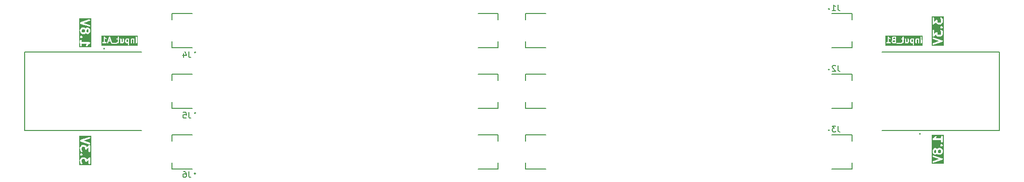
<source format=gbr>
%TF.GenerationSoftware,KiCad,Pcbnew,8.0.2*%
%TF.CreationDate,2024-05-21T15:52:10+02:00*%
%TF.ProjectId,HYDRA_VMM3_Adapter,48594452-415f-4564-9d4d-335f41646170,0*%
%TF.SameCoordinates,Original*%
%TF.FileFunction,Legend,Bot*%
%TF.FilePolarity,Positive*%
%FSLAX46Y46*%
G04 Gerber Fmt 4.6, Leading zero omitted, Abs format (unit mm)*
G04 Created by KiCad (PCBNEW 8.0.2) date 2024-05-21 15:52:10*
%MOMM*%
%LPD*%
G01*
G04 APERTURE LIST*
%ADD10C,0.300000*%
%ADD11C,0.150000*%
%ADD12C,0.200000*%
%ADD13C,0.127000*%
G04 APERTURE END LIST*
D10*
G36*
X31721352Y-55387769D02*
G01*
X31760016Y-55424759D01*
X31806605Y-55514490D01*
X31808572Y-55729486D01*
X31765461Y-55819099D01*
X31728470Y-55857764D01*
X31638743Y-55904351D01*
X31423744Y-55906318D01*
X31334131Y-55863207D01*
X31295469Y-55826219D01*
X31248879Y-55736487D01*
X31246912Y-55521491D01*
X31290023Y-55431879D01*
X31327014Y-55393213D01*
X31416743Y-55346625D01*
X31631740Y-55344658D01*
X31721352Y-55387769D01*
G37*
G36*
X32364209Y-55387769D02*
G01*
X32402873Y-55424759D01*
X32449462Y-55514490D01*
X32451429Y-55729486D01*
X32408318Y-55819099D01*
X32371327Y-55857764D01*
X32280335Y-55905007D01*
X32278284Y-55905066D01*
X32191274Y-55863207D01*
X32152609Y-55826216D01*
X32106022Y-55736489D01*
X32104055Y-55521491D01*
X32147166Y-55431878D01*
X32184156Y-55393214D01*
X32275151Y-55345968D01*
X32277199Y-55345910D01*
X32364209Y-55387769D01*
G37*
G36*
X32915838Y-58512406D02*
G01*
X30782504Y-58512406D01*
X30782504Y-57339774D01*
X30949171Y-57339774D01*
X30952053Y-58226181D01*
X30974451Y-58280253D01*
X31015835Y-58321637D01*
X31069907Y-58344035D01*
X31128435Y-58344035D01*
X31182507Y-58321637D01*
X31223891Y-58280253D01*
X31246289Y-58226181D01*
X31249171Y-58196917D01*
X31248264Y-57918065D01*
X32170365Y-57916327D01*
X32137797Y-57949717D01*
X32123529Y-57962092D01*
X32119528Y-57968447D01*
X32117307Y-57970725D01*
X32115791Y-57974384D01*
X32107864Y-57986978D01*
X32025926Y-58157299D01*
X32021778Y-58215679D01*
X32040286Y-58271201D01*
X32078633Y-58315416D01*
X32130982Y-58341591D01*
X32189362Y-58345739D01*
X32244884Y-58327231D01*
X32289099Y-58288884D01*
X32304764Y-58263999D01*
X32361198Y-58146690D01*
X32471263Y-58033849D01*
X32670777Y-57897924D01*
X32682507Y-57893066D01*
X32692335Y-57883237D01*
X32705127Y-57874523D01*
X32713392Y-57862180D01*
X32723891Y-57851682D01*
X32729514Y-57838105D01*
X32737693Y-57825893D01*
X32740605Y-57811331D01*
X32746289Y-57797610D01*
X32746289Y-57782913D01*
X32749171Y-57768503D01*
X32746289Y-57753933D01*
X32746289Y-57739082D01*
X32740666Y-57725507D01*
X32737814Y-57711089D01*
X32729573Y-57698728D01*
X32723891Y-57685010D01*
X32713502Y-57674621D01*
X32705348Y-57662390D01*
X32693005Y-57654124D01*
X32682507Y-57643626D01*
X32668930Y-57638002D01*
X32656718Y-57629824D01*
X32642155Y-57626911D01*
X32628435Y-57621228D01*
X32599482Y-57618376D01*
X32599329Y-57618346D01*
X32599276Y-57618356D01*
X32599171Y-57618346D01*
X31247298Y-57620893D01*
X31246289Y-57310510D01*
X31223891Y-57256438D01*
X31182507Y-57215054D01*
X31128435Y-57192656D01*
X31069907Y-57192656D01*
X31015835Y-57215054D01*
X30974451Y-57256438D01*
X30952053Y-57310510D01*
X30949171Y-57339774D01*
X30782504Y-57339774D01*
X30782504Y-56667654D01*
X30952053Y-56667654D01*
X30952053Y-56667655D01*
X30952053Y-56667656D01*
X30952053Y-56726182D01*
X30957397Y-56739082D01*
X30974450Y-56780253D01*
X30974451Y-56780254D01*
X30993106Y-56802985D01*
X31087264Y-56893066D01*
X31087265Y-56893067D01*
X31141337Y-56915464D01*
X31141338Y-56915464D01*
X31199863Y-56915464D01*
X31253935Y-56893067D01*
X31276666Y-56874412D01*
X31366749Y-56780254D01*
X31376025Y-56757856D01*
X31389146Y-56726182D01*
X31389146Y-56667654D01*
X31366749Y-56613584D01*
X31366749Y-56613583D01*
X31348095Y-56590853D01*
X31253936Y-56500769D01*
X31253935Y-56500768D01*
X31222261Y-56487648D01*
X31199864Y-56478371D01*
X31199863Y-56478371D01*
X31141337Y-56478371D01*
X31087265Y-56500768D01*
X31064534Y-56519423D01*
X30974450Y-56613583D01*
X30974450Y-56613584D01*
X30952053Y-56667654D01*
X30782504Y-56667654D01*
X30782504Y-55482632D01*
X30949171Y-55482632D01*
X30951579Y-55745892D01*
X30950349Y-55749585D01*
X30951800Y-55770008D01*
X30952053Y-55797610D01*
X30954116Y-55802590D01*
X30954498Y-55807965D01*
X30965007Y-55835428D01*
X31039018Y-55977974D01*
X31045879Y-55994537D01*
X31050613Y-56000306D01*
X31052101Y-56003171D01*
X31055095Y-56005768D01*
X31064533Y-56017268D01*
X31139686Y-56089169D01*
X31150061Y-56101131D01*
X31156284Y-56105048D01*
X31158692Y-56107352D01*
X31162351Y-56108867D01*
X31174946Y-56116796D01*
X31299471Y-56176702D01*
X31301549Y-56178780D01*
X31317671Y-56185458D01*
X31345267Y-56198734D01*
X31350642Y-56199115D01*
X31355621Y-56201178D01*
X31384885Y-56204060D01*
X31648145Y-56201651D01*
X31651838Y-56202882D01*
X31672266Y-56201430D01*
X31699864Y-56201178D01*
X31704842Y-56199115D01*
X31710218Y-56198734D01*
X31737682Y-56188224D01*
X31880225Y-56114214D01*
X31896793Y-56107352D01*
X31902561Y-56102617D01*
X31905425Y-56101131D01*
X31908021Y-56098136D01*
X31919524Y-56088697D01*
X31956231Y-56050328D01*
X31996831Y-56089170D01*
X32007204Y-56101131D01*
X32013427Y-56105048D01*
X32015836Y-56107353D01*
X32019497Y-56108869D01*
X32032089Y-56116796D01*
X32156614Y-56176702D01*
X32158692Y-56178780D01*
X32174814Y-56185458D01*
X32202410Y-56198734D01*
X32207785Y-56199115D01*
X32212764Y-56201178D01*
X32242028Y-56204060D01*
X32293784Y-56202578D01*
X32294695Y-56202882D01*
X32302458Y-56202330D01*
X32342721Y-56201178D01*
X32347699Y-56199115D01*
X32353075Y-56198734D01*
X32380539Y-56188224D01*
X32523082Y-56114214D01*
X32539650Y-56107352D01*
X32545418Y-56102617D01*
X32548282Y-56101131D01*
X32550878Y-56098136D01*
X32562381Y-56088697D01*
X32634276Y-56013547D01*
X32646241Y-56003171D01*
X32650159Y-55996945D01*
X32652463Y-55994538D01*
X32653978Y-55990878D01*
X32661906Y-55978285D01*
X32721812Y-55853760D01*
X32723891Y-55851682D01*
X32730572Y-55835550D01*
X32743844Y-55807965D01*
X32744225Y-55802590D01*
X32746289Y-55797610D01*
X32749171Y-55768346D01*
X32746762Y-55505085D01*
X32747993Y-55501393D01*
X32746541Y-55480969D01*
X32746289Y-55453368D01*
X32744225Y-55448387D01*
X32743844Y-55443013D01*
X32733335Y-55415549D01*
X32659324Y-55273005D01*
X32652463Y-55256440D01*
X32647727Y-55250669D01*
X32646241Y-55247807D01*
X32643247Y-55245210D01*
X32633809Y-55233710D01*
X32558659Y-55161812D01*
X32548282Y-55149847D01*
X32542056Y-55145928D01*
X32539650Y-55143626D01*
X32535991Y-55142110D01*
X32523396Y-55134182D01*
X32398871Y-55074275D01*
X32396793Y-55072197D01*
X32380661Y-55065515D01*
X32353076Y-55052244D01*
X32347701Y-55051862D01*
X32342721Y-55049799D01*
X32313457Y-55046917D01*
X32261699Y-55048398D01*
X32260789Y-55048095D01*
X32253027Y-55048646D01*
X32212764Y-55049799D01*
X32207783Y-55051862D01*
X32202409Y-55052244D01*
X32174945Y-55062753D01*
X32032402Y-55136762D01*
X32015836Y-55143625D01*
X32010065Y-55148360D01*
X32007203Y-55149847D01*
X32004606Y-55152841D01*
X31993105Y-55162280D01*
X31956396Y-55200649D01*
X31915802Y-55161812D01*
X31905425Y-55149847D01*
X31899199Y-55145928D01*
X31896793Y-55143626D01*
X31893134Y-55142110D01*
X31880539Y-55134182D01*
X31756014Y-55074275D01*
X31753936Y-55072197D01*
X31737804Y-55065515D01*
X31710219Y-55052244D01*
X31704844Y-55051862D01*
X31699864Y-55049799D01*
X31670600Y-55046917D01*
X31407338Y-55049325D01*
X31403646Y-55048095D01*
X31383222Y-55049546D01*
X31355621Y-55049799D01*
X31350640Y-55051862D01*
X31345266Y-55052244D01*
X31317802Y-55062753D01*
X31175254Y-55136765D01*
X31158692Y-55143626D01*
X31152923Y-55148360D01*
X31150060Y-55149847D01*
X31147462Y-55152841D01*
X31135961Y-55162281D01*
X31064068Y-55237427D01*
X31052101Y-55247807D01*
X31048180Y-55254035D01*
X31045879Y-55256441D01*
X31044364Y-55260097D01*
X31036436Y-55272693D01*
X30976529Y-55397217D01*
X30974451Y-55399296D01*
X30967769Y-55415427D01*
X30954498Y-55443013D01*
X30954116Y-55448387D01*
X30952053Y-55453368D01*
X30949171Y-55482632D01*
X30782504Y-55482632D01*
X30782504Y-54249585D01*
X30950349Y-54249585D01*
X30951682Y-54268346D01*
X30950349Y-54287107D01*
X30953738Y-54297274D01*
X30954498Y-54307966D01*
X30962909Y-54324789D01*
X30968857Y-54342631D01*
X30975879Y-54350727D01*
X30980672Y-54360313D01*
X30994880Y-54372636D01*
X31007204Y-54386845D01*
X31016789Y-54391637D01*
X31024886Y-54398660D01*
X31051737Y-54410648D01*
X32580411Y-54917169D01*
X32638791Y-54913019D01*
X32691138Y-54886845D01*
X32729485Y-54842631D01*
X32747994Y-54787107D01*
X32743844Y-54728727D01*
X32717671Y-54676379D01*
X32673456Y-54638032D01*
X32646605Y-54626044D01*
X31569038Y-54268996D01*
X32673456Y-53898660D01*
X32717671Y-53860313D01*
X32743844Y-53807965D01*
X32747994Y-53749585D01*
X32729485Y-53694061D01*
X32691138Y-53649847D01*
X32638791Y-53623673D01*
X32580411Y-53619523D01*
X32551737Y-53626043D01*
X31069900Y-54122937D01*
X31059551Y-54123673D01*
X31042943Y-54131976D01*
X31024886Y-54138032D01*
X31016789Y-54145054D01*
X31007204Y-54149847D01*
X30994880Y-54164055D01*
X30980672Y-54176379D01*
X30975879Y-54185964D01*
X30968857Y-54194061D01*
X30962909Y-54211902D01*
X30954498Y-54228726D01*
X30953738Y-54239417D01*
X30950349Y-54249585D01*
X30782504Y-54249585D01*
X30782504Y-53452856D01*
X32915838Y-53452856D01*
X32915838Y-58512406D01*
G37*
G36*
X181805867Y-76586791D02*
G01*
X181844531Y-76623781D01*
X181891119Y-76713510D01*
X181893086Y-76928507D01*
X181849975Y-77018122D01*
X181812987Y-77056783D01*
X181723255Y-77103373D01*
X181508259Y-77105340D01*
X181418644Y-77062228D01*
X181379982Y-77025239D01*
X181333393Y-76935508D01*
X181331426Y-76720512D01*
X181374537Y-76630900D01*
X181411529Y-76592234D01*
X181501256Y-76545647D01*
X181716254Y-76543680D01*
X181805867Y-76586791D01*
G37*
G36*
X180948724Y-76586791D02*
G01*
X180987388Y-76623781D01*
X181033976Y-76713510D01*
X181035943Y-76928507D01*
X180992832Y-77018122D01*
X180955844Y-77056783D01*
X180864847Y-77104030D01*
X180862799Y-77104088D01*
X180775789Y-77062229D01*
X180737125Y-77025239D01*
X180690536Y-76935508D01*
X180688569Y-76720512D01*
X180731680Y-76630900D01*
X180768671Y-76592234D01*
X180859664Y-76544990D01*
X180861714Y-76544932D01*
X180948724Y-76586791D01*
G37*
G36*
X182357495Y-78997142D02*
G01*
X180224161Y-78997142D01*
X180224161Y-77662892D01*
X180392006Y-77662892D01*
X180396155Y-77721273D01*
X180422329Y-77773620D01*
X180466543Y-77811967D01*
X180493394Y-77823955D01*
X181570958Y-78181002D01*
X180466543Y-78551339D01*
X180422329Y-78589686D01*
X180396155Y-78642033D01*
X180392006Y-78700414D01*
X180410514Y-78755938D01*
X180448861Y-78800152D01*
X180501208Y-78826326D01*
X180559589Y-78830475D01*
X180588262Y-78823955D01*
X182070097Y-78327061D01*
X182080448Y-78326326D01*
X182097055Y-78318022D01*
X182115113Y-78311967D01*
X182123210Y-78304944D01*
X182132795Y-78300152D01*
X182145116Y-78285945D01*
X182159328Y-78273620D01*
X182164121Y-78264032D01*
X182171142Y-78255938D01*
X182177090Y-78238093D01*
X182185501Y-78221272D01*
X182186260Y-78210584D01*
X182189651Y-78200414D01*
X182188317Y-78181653D01*
X182189651Y-78162892D01*
X182186260Y-78152721D01*
X182185501Y-78142034D01*
X182177090Y-78125212D01*
X182171142Y-78107368D01*
X182164121Y-78099273D01*
X182159328Y-78089686D01*
X182145116Y-78077360D01*
X182132795Y-78063154D01*
X182123210Y-78058361D01*
X182115113Y-78051339D01*
X182088262Y-78039351D01*
X180559589Y-77532831D01*
X180501208Y-77536980D01*
X180448861Y-77563154D01*
X180410514Y-77607368D01*
X180392006Y-77662892D01*
X180224161Y-77662892D01*
X180224161Y-76681653D01*
X180390828Y-76681653D01*
X180393236Y-76944912D01*
X180392006Y-76948605D01*
X180393457Y-76969034D01*
X180393710Y-76996631D01*
X180395771Y-77001608D01*
X180396154Y-77006986D01*
X180406664Y-77034449D01*
X180480673Y-77176991D01*
X180487536Y-77193560D01*
X180492271Y-77199330D01*
X180493758Y-77202193D01*
X180496751Y-77204789D01*
X180506191Y-77216291D01*
X180581343Y-77288190D01*
X180591717Y-77300152D01*
X180597939Y-77304069D01*
X180600349Y-77306374D01*
X180604011Y-77307890D01*
X180616603Y-77315817D01*
X180741127Y-77375723D01*
X180743206Y-77377802D01*
X180759337Y-77384483D01*
X180786923Y-77397755D01*
X180792297Y-77398136D01*
X180797278Y-77400200D01*
X180826542Y-77403082D01*
X180878299Y-77401600D01*
X180879210Y-77401904D01*
X180886971Y-77401352D01*
X180927235Y-77400200D01*
X180932215Y-77398136D01*
X180937590Y-77397755D01*
X180965053Y-77387246D01*
X181107599Y-77313234D01*
X181124162Y-77306374D01*
X181129931Y-77301639D01*
X181132796Y-77300152D01*
X181135393Y-77297157D01*
X181146893Y-77287720D01*
X181183602Y-77249349D01*
X181224201Y-77288192D01*
X181234574Y-77300152D01*
X181240796Y-77304069D01*
X181243206Y-77306374D01*
X181246868Y-77307890D01*
X181259460Y-77315817D01*
X181383987Y-77375725D01*
X181386064Y-77377802D01*
X181402181Y-77384478D01*
X181429781Y-77397756D01*
X181435158Y-77398138D01*
X181440136Y-77400200D01*
X181469400Y-77403082D01*
X181732660Y-77400673D01*
X181736353Y-77401904D01*
X181756776Y-77400452D01*
X181784378Y-77400200D01*
X181789358Y-77398136D01*
X181794733Y-77397755D01*
X181822196Y-77387246D01*
X181964742Y-77313234D01*
X181981305Y-77306374D01*
X181987074Y-77301639D01*
X181989939Y-77300152D01*
X181992536Y-77297157D01*
X182004036Y-77287720D01*
X182075932Y-77212571D01*
X182087900Y-77202192D01*
X182091818Y-77195966D01*
X182094120Y-77193561D01*
X182095635Y-77189902D01*
X182103564Y-77177306D01*
X182163470Y-77052780D01*
X182165548Y-77050703D01*
X182172226Y-77034580D01*
X182185502Y-77006985D01*
X182185883Y-77001609D01*
X182187946Y-76996631D01*
X182190828Y-76967367D01*
X182188419Y-76704107D01*
X182189650Y-76700415D01*
X182188198Y-76679986D01*
X182187946Y-76652389D01*
X182185883Y-76647410D01*
X182185502Y-76642035D01*
X182174992Y-76614572D01*
X182100986Y-76472034D01*
X182094121Y-76455461D01*
X182089383Y-76449688D01*
X182087899Y-76446829D01*
X182084907Y-76444234D01*
X182075466Y-76432730D01*
X182000315Y-76360832D01*
X181989939Y-76348868D01*
X181983713Y-76344949D01*
X181981306Y-76342646D01*
X181977646Y-76341130D01*
X181965053Y-76333203D01*
X181840527Y-76273296D01*
X181838450Y-76271219D01*
X181822327Y-76264540D01*
X181794732Y-76251265D01*
X181789356Y-76250883D01*
X181784378Y-76248821D01*
X181755114Y-76245939D01*
X181491855Y-76248347D01*
X181488163Y-76247117D01*
X181467734Y-76248568D01*
X181440136Y-76248821D01*
X181435157Y-76250883D01*
X181429782Y-76251265D01*
X181402319Y-76261774D01*
X181259766Y-76335787D01*
X181243206Y-76342647D01*
X181237438Y-76347380D01*
X181234575Y-76348867D01*
X181231977Y-76351862D01*
X181220475Y-76361302D01*
X181183767Y-76399670D01*
X181143172Y-76360832D01*
X181132796Y-76348868D01*
X181126570Y-76344949D01*
X181124163Y-76342646D01*
X181120503Y-76341130D01*
X181107910Y-76333203D01*
X180983384Y-76273296D01*
X180981307Y-76271219D01*
X180965184Y-76264540D01*
X180937589Y-76251265D01*
X180932213Y-76250883D01*
X180927235Y-76248821D01*
X180897971Y-76245939D01*
X180846214Y-76247420D01*
X180845304Y-76247117D01*
X180837540Y-76247668D01*
X180797278Y-76248821D01*
X180792299Y-76250883D01*
X180786924Y-76251265D01*
X180759461Y-76261775D01*
X180616918Y-76335783D01*
X180600349Y-76342647D01*
X180594578Y-76347382D01*
X180591718Y-76348868D01*
X180589123Y-76351859D01*
X180577618Y-76361302D01*
X180505725Y-76436448D01*
X180493758Y-76446828D01*
X180489837Y-76453056D01*
X180487536Y-76455462D01*
X180486021Y-76459118D01*
X180478093Y-76471714D01*
X180418186Y-76596238D01*
X180416108Y-76598317D01*
X180409426Y-76614448D01*
X180396155Y-76642034D01*
X180395773Y-76647408D01*
X180393710Y-76652389D01*
X180390828Y-76681653D01*
X180224161Y-76681653D01*
X180224161Y-75723817D01*
X181750853Y-75723817D01*
X181750853Y-75782345D01*
X181756198Y-75795248D01*
X181773250Y-75836416D01*
X181791905Y-75859147D01*
X181886065Y-75949231D01*
X181940137Y-75971628D01*
X181940138Y-75971628D01*
X181998664Y-75971628D01*
X182021061Y-75962350D01*
X182052735Y-75949231D01*
X182052736Y-75949230D01*
X182075467Y-75930575D01*
X182165549Y-75836416D01*
X182182601Y-75795248D01*
X182187946Y-75782345D01*
X182187946Y-75723817D01*
X182174825Y-75692142D01*
X182165549Y-75669745D01*
X182146894Y-75647015D01*
X182052735Y-75556932D01*
X181998663Y-75534535D01*
X181940137Y-75534535D01*
X181886065Y-75556932D01*
X181863335Y-75575586D01*
X181773251Y-75669745D01*
X181773250Y-75669746D01*
X181760130Y-75701420D01*
X181750853Y-75723817D01*
X180224161Y-75723817D01*
X180224161Y-74681495D01*
X180390828Y-74681495D01*
X180393710Y-74696063D01*
X180393710Y-74710917D01*
X180399334Y-74724495D01*
X180402186Y-74738910D01*
X180410424Y-74751267D01*
X180416108Y-74764989D01*
X180426499Y-74775380D01*
X180434651Y-74787608D01*
X180446990Y-74795871D01*
X180457492Y-74806373D01*
X180471069Y-74811997D01*
X180483281Y-74820175D01*
X180497843Y-74823087D01*
X180511564Y-74828771D01*
X180540516Y-74831622D01*
X180540670Y-74831653D01*
X180540722Y-74831642D01*
X180540828Y-74831653D01*
X181892700Y-74829105D01*
X181893710Y-75139489D01*
X181916108Y-75193561D01*
X181957492Y-75234945D01*
X182011564Y-75257343D01*
X182070092Y-75257343D01*
X182124164Y-75234945D01*
X182165548Y-75193561D01*
X182187946Y-75139489D01*
X182190828Y-75110225D01*
X182187946Y-74223818D01*
X182165548Y-74169746D01*
X182124164Y-74128362D01*
X182070092Y-74105964D01*
X182011564Y-74105964D01*
X181957492Y-74128362D01*
X181916108Y-74169746D01*
X181893710Y-74223818D01*
X181890828Y-74253082D01*
X181891734Y-74531933D01*
X180969633Y-74533671D01*
X181002205Y-74500278D01*
X181016470Y-74487907D01*
X181020468Y-74481554D01*
X181022692Y-74479275D01*
X181024208Y-74475612D01*
X181032135Y-74463021D01*
X181114073Y-74292701D01*
X181118222Y-74234321D01*
X181099715Y-74178799D01*
X181061368Y-74134583D01*
X181009019Y-74108409D01*
X180950639Y-74104260D01*
X180895116Y-74122768D01*
X180850901Y-74161114D01*
X180835236Y-74186000D01*
X180778801Y-74303307D01*
X180668737Y-74416148D01*
X180469224Y-74552073D01*
X180457492Y-74556933D01*
X180447661Y-74566763D01*
X180434873Y-74575476D01*
X180426609Y-74587815D01*
X180416108Y-74598317D01*
X180410483Y-74611894D01*
X180402306Y-74624106D01*
X180399393Y-74638668D01*
X180393710Y-74652389D01*
X180393710Y-74667085D01*
X180390828Y-74681495D01*
X180224161Y-74681495D01*
X180224161Y-73937593D01*
X182357495Y-73937593D01*
X182357495Y-78997142D01*
G37*
G36*
X182357495Y-58247142D02*
G01*
X180224161Y-58247142D01*
X180224161Y-56912892D01*
X180392006Y-56912892D01*
X180396155Y-56971273D01*
X180422329Y-57023620D01*
X180466543Y-57061967D01*
X180493394Y-57073955D01*
X181570958Y-57431002D01*
X180466543Y-57801339D01*
X180422329Y-57839686D01*
X180396155Y-57892033D01*
X180392006Y-57950414D01*
X180410514Y-58005938D01*
X180448861Y-58050152D01*
X180501208Y-58076326D01*
X180559589Y-58080475D01*
X180588262Y-58073955D01*
X182070097Y-57577061D01*
X182080448Y-57576326D01*
X182097055Y-57568022D01*
X182115113Y-57561967D01*
X182123210Y-57554944D01*
X182132795Y-57550152D01*
X182145116Y-57535945D01*
X182159328Y-57523620D01*
X182164121Y-57514032D01*
X182171142Y-57505938D01*
X182177090Y-57488093D01*
X182185501Y-57471272D01*
X182186260Y-57460584D01*
X182189651Y-57450414D01*
X182188317Y-57431653D01*
X182189651Y-57412892D01*
X182186260Y-57402721D01*
X182185501Y-57392034D01*
X182177090Y-57375212D01*
X182171142Y-57357368D01*
X182164121Y-57349273D01*
X182159328Y-57339686D01*
X182145116Y-57327360D01*
X182132795Y-57313154D01*
X182123210Y-57308361D01*
X182115113Y-57301339D01*
X182088262Y-57289351D01*
X180559589Y-56782831D01*
X180501208Y-56786980D01*
X180448861Y-56813154D01*
X180410514Y-56857368D01*
X180392006Y-56912892D01*
X180224161Y-56912892D01*
X180224161Y-55574510D01*
X180390828Y-55574510D01*
X180393611Y-56499659D01*
X180392089Y-56522494D01*
X180393694Y-56527241D01*
X180393710Y-56532346D01*
X180403033Y-56554854D01*
X180410840Y-56577936D01*
X180414171Y-56581743D01*
X180416108Y-56586418D01*
X180433337Y-56603647D01*
X180449381Y-56621983D01*
X180453915Y-56624225D01*
X180457492Y-56627802D01*
X180480008Y-56637128D01*
X180501844Y-56647927D01*
X180506888Y-56648263D01*
X180511564Y-56650200D01*
X180535931Y-56650200D01*
X180560240Y-56651821D01*
X180565033Y-56650200D01*
X180570092Y-56650200D01*
X180592600Y-56640876D01*
X180615682Y-56633070D01*
X180621518Y-56628898D01*
X180624164Y-56627802D01*
X180626953Y-56625012D01*
X180639604Y-56615969D01*
X180989901Y-56307190D01*
X181052100Y-56426988D01*
X181058965Y-56443561D01*
X181063700Y-56449331D01*
X181065186Y-56452192D01*
X181068177Y-56454786D01*
X181077620Y-56466292D01*
X181152769Y-56538187D01*
X181163146Y-56550152D01*
X181169371Y-56554070D01*
X181171779Y-56556374D01*
X181175438Y-56557889D01*
X181188032Y-56565817D01*
X181312556Y-56625723D01*
X181314635Y-56627802D01*
X181330766Y-56634483D01*
X181358352Y-56647755D01*
X181363726Y-56648136D01*
X181368707Y-56650200D01*
X181397971Y-56653082D01*
X181732403Y-56650587D01*
X181736353Y-56651904D01*
X181757510Y-56650400D01*
X181784378Y-56650200D01*
X181789358Y-56648136D01*
X181794733Y-56647755D01*
X181822196Y-56637246D01*
X181964742Y-56563234D01*
X181981305Y-56556374D01*
X181987074Y-56551639D01*
X181989939Y-56550152D01*
X181992536Y-56547157D01*
X182004036Y-56537720D01*
X182075932Y-56462571D01*
X182087900Y-56452192D01*
X182091818Y-56445966D01*
X182094120Y-56443561D01*
X182095635Y-56439902D01*
X182103564Y-56427306D01*
X182163470Y-56302780D01*
X182165548Y-56300703D01*
X182172226Y-56284580D01*
X182185502Y-56256985D01*
X182185883Y-56251609D01*
X182187946Y-56246631D01*
X182190828Y-56217367D01*
X182188274Y-55811685D01*
X182189650Y-55807558D01*
X182188112Y-55785912D01*
X182187946Y-55759532D01*
X182185883Y-55754553D01*
X182185502Y-55749178D01*
X182174992Y-55721715D01*
X182100986Y-55579177D01*
X182094121Y-55562604D01*
X182089383Y-55556831D01*
X182087899Y-55553972D01*
X182084907Y-55551377D01*
X182075466Y-55539873D01*
X181981306Y-55449789D01*
X181927234Y-55427392D01*
X181868708Y-55427392D01*
X181814636Y-55449789D01*
X181773250Y-55491175D01*
X181750853Y-55545247D01*
X181750853Y-55603773D01*
X181773250Y-55657845D01*
X181791905Y-55680576D01*
X181844531Y-55730924D01*
X181891027Y-55820476D01*
X181893278Y-56178108D01*
X181849975Y-56268122D01*
X181812987Y-56306783D01*
X181723360Y-56353318D01*
X181437066Y-56355454D01*
X181347217Y-56312229D01*
X181308554Y-56275240D01*
X181261878Y-56185340D01*
X181259718Y-56002822D01*
X181260995Y-55983670D01*
X181259437Y-55979063D01*
X181259375Y-55973818D01*
X181250048Y-55951303D01*
X181242245Y-55928228D01*
X181238913Y-55924420D01*
X181236977Y-55919746D01*
X181219747Y-55902516D01*
X181203704Y-55884181D01*
X181199169Y-55881938D01*
X181195593Y-55878362D01*
X181173076Y-55869035D01*
X181151241Y-55858237D01*
X181146196Y-55857900D01*
X181141521Y-55855964D01*
X181117145Y-55855964D01*
X181092845Y-55854344D01*
X181088055Y-55855964D01*
X181082993Y-55855964D01*
X181060481Y-55865288D01*
X181037402Y-55873094D01*
X181031565Y-55877266D01*
X181028921Y-55878362D01*
X181026130Y-55881152D01*
X181013481Y-55890196D01*
X180689842Y-56175474D01*
X180687946Y-55545246D01*
X180665548Y-55491174D01*
X180624164Y-55449790D01*
X180570092Y-55427392D01*
X180511564Y-55427392D01*
X180457492Y-55449790D01*
X180416108Y-55491174D01*
X180393710Y-55545246D01*
X180390828Y-55574510D01*
X180224161Y-55574510D01*
X180224161Y-54973817D01*
X181750853Y-54973817D01*
X181750853Y-55032345D01*
X181756198Y-55045248D01*
X181773250Y-55086416D01*
X181791905Y-55109147D01*
X181886065Y-55199231D01*
X181940137Y-55221628D01*
X181940138Y-55221628D01*
X181998664Y-55221628D01*
X182021061Y-55212350D01*
X182052735Y-55199231D01*
X182052736Y-55199230D01*
X182075467Y-55180575D01*
X182165549Y-55086416D01*
X182182601Y-55045248D01*
X182187946Y-55032345D01*
X182187946Y-54973817D01*
X182174825Y-54942142D01*
X182165549Y-54919745D01*
X182146894Y-54897015D01*
X182052735Y-54806932D01*
X181998663Y-54784535D01*
X181940137Y-54784535D01*
X181886065Y-54806932D01*
X181863335Y-54825586D01*
X181773251Y-54919745D01*
X181773250Y-54919746D01*
X181760130Y-54951420D01*
X181750853Y-54973817D01*
X180224161Y-54973817D01*
X180224161Y-53431653D01*
X180390828Y-53431653D01*
X180393611Y-54356802D01*
X180392089Y-54379637D01*
X180393694Y-54384384D01*
X180393710Y-54389489D01*
X180403033Y-54411997D01*
X180410840Y-54435079D01*
X180414171Y-54438886D01*
X180416108Y-54443561D01*
X180433337Y-54460790D01*
X180449381Y-54479126D01*
X180453915Y-54481368D01*
X180457492Y-54484945D01*
X180480008Y-54494271D01*
X180501844Y-54505070D01*
X180506888Y-54505406D01*
X180511564Y-54507343D01*
X180535931Y-54507343D01*
X180560240Y-54508964D01*
X180565033Y-54507343D01*
X180570092Y-54507343D01*
X180592600Y-54498019D01*
X180615682Y-54490213D01*
X180621518Y-54486041D01*
X180624164Y-54484945D01*
X180626953Y-54482155D01*
X180639604Y-54473112D01*
X180989901Y-54164333D01*
X181052100Y-54284131D01*
X181058965Y-54300704D01*
X181063700Y-54306474D01*
X181065186Y-54309335D01*
X181068177Y-54311929D01*
X181077620Y-54323435D01*
X181152769Y-54395330D01*
X181163146Y-54407295D01*
X181169371Y-54411213D01*
X181171779Y-54413517D01*
X181175438Y-54415032D01*
X181188032Y-54422960D01*
X181312556Y-54482866D01*
X181314635Y-54484945D01*
X181330766Y-54491626D01*
X181358352Y-54504898D01*
X181363726Y-54505279D01*
X181368707Y-54507343D01*
X181397971Y-54510225D01*
X181732403Y-54507730D01*
X181736353Y-54509047D01*
X181757510Y-54507543D01*
X181784378Y-54507343D01*
X181789358Y-54505279D01*
X181794733Y-54504898D01*
X181822196Y-54494389D01*
X181964742Y-54420377D01*
X181981305Y-54413517D01*
X181987074Y-54408782D01*
X181989939Y-54407295D01*
X181992536Y-54404300D01*
X182004036Y-54394863D01*
X182075932Y-54319714D01*
X182087900Y-54309335D01*
X182091818Y-54303109D01*
X182094120Y-54300704D01*
X182095635Y-54297045D01*
X182103564Y-54284449D01*
X182163470Y-54159923D01*
X182165548Y-54157846D01*
X182172226Y-54141723D01*
X182185502Y-54114128D01*
X182185883Y-54108752D01*
X182187946Y-54103774D01*
X182190828Y-54074510D01*
X182188274Y-53668828D01*
X182189650Y-53664701D01*
X182188112Y-53643055D01*
X182187946Y-53616675D01*
X182185883Y-53611696D01*
X182185502Y-53606321D01*
X182174992Y-53578858D01*
X182100986Y-53436320D01*
X182094121Y-53419747D01*
X182089383Y-53413974D01*
X182087899Y-53411115D01*
X182084907Y-53408520D01*
X182075466Y-53397016D01*
X181981306Y-53306932D01*
X181927234Y-53284535D01*
X181868708Y-53284535D01*
X181814636Y-53306932D01*
X181773250Y-53348318D01*
X181750853Y-53402390D01*
X181750853Y-53460916D01*
X181773250Y-53514988D01*
X181791905Y-53537719D01*
X181844531Y-53588067D01*
X181891027Y-53677619D01*
X181893278Y-54035251D01*
X181849975Y-54125265D01*
X181812987Y-54163926D01*
X181723360Y-54210461D01*
X181437066Y-54212597D01*
X181347217Y-54169372D01*
X181308554Y-54132383D01*
X181261878Y-54042483D01*
X181259718Y-53859965D01*
X181260995Y-53840813D01*
X181259437Y-53836206D01*
X181259375Y-53830961D01*
X181250048Y-53808446D01*
X181242245Y-53785371D01*
X181238913Y-53781563D01*
X181236977Y-53776889D01*
X181219747Y-53759659D01*
X181203704Y-53741324D01*
X181199169Y-53739081D01*
X181195593Y-53735505D01*
X181173076Y-53726178D01*
X181151241Y-53715380D01*
X181146196Y-53715043D01*
X181141521Y-53713107D01*
X181117145Y-53713107D01*
X181092845Y-53711487D01*
X181088055Y-53713107D01*
X181082993Y-53713107D01*
X181060481Y-53722431D01*
X181037402Y-53730237D01*
X181031565Y-53734409D01*
X181028921Y-53735505D01*
X181026130Y-53738295D01*
X181013481Y-53747339D01*
X180689842Y-54032617D01*
X180687946Y-53402389D01*
X180665548Y-53348317D01*
X180624164Y-53306933D01*
X180570092Y-53284535D01*
X180511564Y-53284535D01*
X180457492Y-53306933D01*
X180416108Y-53348317D01*
X180393710Y-53402389D01*
X180390828Y-53431653D01*
X180224161Y-53431653D01*
X180224161Y-53117868D01*
X182357495Y-53117868D01*
X182357495Y-58247142D01*
G37*
G36*
X32915838Y-79262131D02*
G01*
X30782504Y-79262131D01*
X30782504Y-78305489D01*
X30949171Y-78305489D01*
X30951724Y-78711171D01*
X30950349Y-78715299D01*
X30951886Y-78736938D01*
X30952053Y-78763324D01*
X30954116Y-78768304D01*
X30954498Y-78773679D01*
X30965007Y-78801142D01*
X31039018Y-78943688D01*
X31045879Y-78960251D01*
X31050613Y-78966020D01*
X31052101Y-78968885D01*
X31055095Y-78971482D01*
X31064533Y-78982982D01*
X31158692Y-79073066D01*
X31212764Y-79095463D01*
X31271290Y-79095464D01*
X31325362Y-79073067D01*
X31366748Y-79031682D01*
X31389145Y-78977610D01*
X31389146Y-78919084D01*
X31366749Y-78865011D01*
X31348095Y-78842281D01*
X31295469Y-78791933D01*
X31248971Y-78702378D01*
X31246720Y-78344747D01*
X31290023Y-78254736D01*
X31327014Y-78216070D01*
X31416638Y-78169537D01*
X31702932Y-78167401D01*
X31792780Y-78210626D01*
X31831445Y-78247617D01*
X31878120Y-78337515D01*
X31880280Y-78520025D01*
X31879003Y-78539186D01*
X31880561Y-78543795D01*
X31880624Y-78549038D01*
X31889947Y-78571546D01*
X31897754Y-78594628D01*
X31901085Y-78598435D01*
X31903022Y-78603110D01*
X31920251Y-78620339D01*
X31936295Y-78638675D01*
X31940829Y-78640917D01*
X31944406Y-78644494D01*
X31966922Y-78653820D01*
X31988758Y-78664619D01*
X31993802Y-78664955D01*
X31998478Y-78666892D01*
X32022845Y-78666892D01*
X32047154Y-78668513D01*
X32051947Y-78666892D01*
X32057006Y-78666892D01*
X32079514Y-78657568D01*
X32102596Y-78649762D01*
X32108432Y-78645590D01*
X32111078Y-78644494D01*
X32113867Y-78641704D01*
X32126518Y-78632661D01*
X32450156Y-78347381D01*
X32452053Y-78977610D01*
X32474451Y-79031682D01*
X32515835Y-79073066D01*
X32569907Y-79095464D01*
X32628435Y-79095464D01*
X32682507Y-79073066D01*
X32723891Y-79031682D01*
X32746289Y-78977610D01*
X32749171Y-78948346D01*
X32746387Y-78023187D01*
X32747909Y-78000362D01*
X32746304Y-77995617D01*
X32746289Y-77990510D01*
X32736962Y-77967995D01*
X32729159Y-77944920D01*
X32725827Y-77941112D01*
X32723891Y-77936438D01*
X32706661Y-77919208D01*
X32690618Y-77900873D01*
X32686083Y-77898630D01*
X32682507Y-77895054D01*
X32659990Y-77885727D01*
X32638155Y-77874929D01*
X32633110Y-77874592D01*
X32628435Y-77872656D01*
X32604059Y-77872656D01*
X32579759Y-77871036D01*
X32574969Y-77872656D01*
X32569907Y-77872656D01*
X32547395Y-77881980D01*
X32524316Y-77889786D01*
X32518479Y-77893958D01*
X32515835Y-77895054D01*
X32513044Y-77897844D01*
X32500395Y-77906888D01*
X32150097Y-78215665D01*
X32087900Y-78095870D01*
X32081035Y-78079297D01*
X32076297Y-78073524D01*
X32074813Y-78070665D01*
X32071821Y-78068070D01*
X32062380Y-78056566D01*
X31987229Y-77984668D01*
X31976853Y-77972704D01*
X31970627Y-77968785D01*
X31968220Y-77966482D01*
X31964560Y-77964966D01*
X31951967Y-77957039D01*
X31827442Y-77897132D01*
X31825364Y-77895054D01*
X31809232Y-77888372D01*
X31781647Y-77875101D01*
X31776272Y-77874719D01*
X31771292Y-77872656D01*
X31742028Y-77869774D01*
X31407595Y-77872268D01*
X31403646Y-77870952D01*
X31382488Y-77872455D01*
X31355621Y-77872656D01*
X31350640Y-77874719D01*
X31345266Y-77875101D01*
X31317802Y-77885610D01*
X31175254Y-77959622D01*
X31158692Y-77966483D01*
X31152923Y-77971217D01*
X31150060Y-77972704D01*
X31147462Y-77975698D01*
X31135961Y-77985138D01*
X31064068Y-78060284D01*
X31052101Y-78070664D01*
X31048180Y-78076892D01*
X31045879Y-78079298D01*
X31044364Y-78082954D01*
X31036436Y-78095550D01*
X30976529Y-78220074D01*
X30974451Y-78222153D01*
X30967769Y-78238284D01*
X30954498Y-78265870D01*
X30954116Y-78271244D01*
X30952053Y-78276225D01*
X30949171Y-78305489D01*
X30782504Y-78305489D01*
X30782504Y-77347654D01*
X30952053Y-77347654D01*
X30952053Y-77347655D01*
X30952053Y-77347656D01*
X30952053Y-77406182D01*
X30957397Y-77419082D01*
X30974450Y-77460253D01*
X30974451Y-77460254D01*
X30993106Y-77482985D01*
X31087264Y-77573066D01*
X31087265Y-77573067D01*
X31141337Y-77595464D01*
X31141338Y-77595464D01*
X31199863Y-77595464D01*
X31253935Y-77573067D01*
X31276666Y-77554412D01*
X31366749Y-77460254D01*
X31376025Y-77437856D01*
X31389146Y-77406182D01*
X31389146Y-77347654D01*
X31366749Y-77293584D01*
X31366749Y-77293583D01*
X31348095Y-77270853D01*
X31253936Y-77180769D01*
X31253935Y-77180768D01*
X31222261Y-77167648D01*
X31199864Y-77158371D01*
X31199863Y-77158371D01*
X31141337Y-77158371D01*
X31087265Y-77180768D01*
X31064534Y-77199423D01*
X30974450Y-77293583D01*
X30974450Y-77293584D01*
X30952053Y-77347654D01*
X30782504Y-77347654D01*
X30782504Y-76162632D01*
X30949171Y-76162632D01*
X30951724Y-76568314D01*
X30950349Y-76572442D01*
X30951886Y-76594081D01*
X30952053Y-76620467D01*
X30954116Y-76625447D01*
X30954498Y-76630822D01*
X30965007Y-76658285D01*
X31039018Y-76800831D01*
X31045879Y-76817394D01*
X31050613Y-76823163D01*
X31052101Y-76826028D01*
X31055095Y-76828625D01*
X31064533Y-76840125D01*
X31158692Y-76930209D01*
X31212764Y-76952606D01*
X31271290Y-76952607D01*
X31325362Y-76930210D01*
X31366748Y-76888825D01*
X31389145Y-76834753D01*
X31389146Y-76776227D01*
X31366749Y-76722154D01*
X31348095Y-76699424D01*
X31295469Y-76649076D01*
X31248971Y-76559521D01*
X31246720Y-76201890D01*
X31290023Y-76111879D01*
X31327014Y-76073213D01*
X31416638Y-76026680D01*
X31702932Y-76024544D01*
X31792780Y-76067769D01*
X31831445Y-76104760D01*
X31878120Y-76194658D01*
X31880280Y-76377168D01*
X31879003Y-76396329D01*
X31880561Y-76400938D01*
X31880624Y-76406181D01*
X31889947Y-76428689D01*
X31897754Y-76451771D01*
X31901085Y-76455578D01*
X31903022Y-76460253D01*
X31920251Y-76477482D01*
X31936295Y-76495818D01*
X31940829Y-76498060D01*
X31944406Y-76501637D01*
X31966922Y-76510963D01*
X31988758Y-76521762D01*
X31993802Y-76522098D01*
X31998478Y-76524035D01*
X32022845Y-76524035D01*
X32047154Y-76525656D01*
X32051947Y-76524035D01*
X32057006Y-76524035D01*
X32079514Y-76514711D01*
X32102596Y-76506905D01*
X32108432Y-76502733D01*
X32111078Y-76501637D01*
X32113867Y-76498847D01*
X32126518Y-76489804D01*
X32450156Y-76204524D01*
X32452053Y-76834753D01*
X32474451Y-76888825D01*
X32515835Y-76930209D01*
X32569907Y-76952607D01*
X32628435Y-76952607D01*
X32682507Y-76930209D01*
X32723891Y-76888825D01*
X32746289Y-76834753D01*
X32749171Y-76805489D01*
X32746387Y-75880330D01*
X32747909Y-75857505D01*
X32746304Y-75852760D01*
X32746289Y-75847653D01*
X32736962Y-75825138D01*
X32729159Y-75802063D01*
X32725827Y-75798255D01*
X32723891Y-75793581D01*
X32706661Y-75776351D01*
X32690618Y-75758016D01*
X32686083Y-75755773D01*
X32682507Y-75752197D01*
X32659990Y-75742870D01*
X32638155Y-75732072D01*
X32633110Y-75731735D01*
X32628435Y-75729799D01*
X32604059Y-75729799D01*
X32579759Y-75728179D01*
X32574969Y-75729799D01*
X32569907Y-75729799D01*
X32547395Y-75739123D01*
X32524316Y-75746929D01*
X32518479Y-75751101D01*
X32515835Y-75752197D01*
X32513044Y-75754987D01*
X32500395Y-75764031D01*
X32150097Y-76072808D01*
X32087900Y-75953013D01*
X32081035Y-75936440D01*
X32076297Y-75930667D01*
X32074813Y-75927808D01*
X32071821Y-75925213D01*
X32062380Y-75913709D01*
X31987229Y-75841811D01*
X31976853Y-75829847D01*
X31970627Y-75825928D01*
X31968220Y-75823625D01*
X31964560Y-75822109D01*
X31951967Y-75814182D01*
X31827442Y-75754275D01*
X31825364Y-75752197D01*
X31809232Y-75745515D01*
X31781647Y-75732244D01*
X31776272Y-75731862D01*
X31771292Y-75729799D01*
X31742028Y-75726917D01*
X31407595Y-75729411D01*
X31403646Y-75728095D01*
X31382488Y-75729598D01*
X31355621Y-75729799D01*
X31350640Y-75731862D01*
X31345266Y-75732244D01*
X31317802Y-75742753D01*
X31175254Y-75816765D01*
X31158692Y-75823626D01*
X31152923Y-75828360D01*
X31150060Y-75829847D01*
X31147462Y-75832841D01*
X31135961Y-75842281D01*
X31064068Y-75917427D01*
X31052101Y-75927807D01*
X31048180Y-75934035D01*
X31045879Y-75936441D01*
X31044364Y-75940097D01*
X31036436Y-75952693D01*
X30976529Y-76077217D01*
X30974451Y-76079296D01*
X30967769Y-76095427D01*
X30954498Y-76123013D01*
X30954116Y-76128387D01*
X30952053Y-76133368D01*
X30949171Y-76162632D01*
X30782504Y-76162632D01*
X30782504Y-74929585D01*
X30950349Y-74929585D01*
X30951682Y-74948346D01*
X30950349Y-74967107D01*
X30953738Y-74977274D01*
X30954498Y-74987966D01*
X30962909Y-75004789D01*
X30968857Y-75022631D01*
X30975879Y-75030727D01*
X30980672Y-75040313D01*
X30994880Y-75052636D01*
X31007204Y-75066845D01*
X31016789Y-75071637D01*
X31024886Y-75078660D01*
X31051737Y-75090648D01*
X32580411Y-75597169D01*
X32638791Y-75593019D01*
X32691138Y-75566845D01*
X32729485Y-75522631D01*
X32747994Y-75467107D01*
X32743844Y-75408727D01*
X32717671Y-75356379D01*
X32673456Y-75318032D01*
X32646605Y-75306044D01*
X31569038Y-74948996D01*
X32673456Y-74578660D01*
X32717671Y-74540313D01*
X32743844Y-74487965D01*
X32747994Y-74429585D01*
X32729485Y-74374061D01*
X32691138Y-74329847D01*
X32638791Y-74303673D01*
X32580411Y-74299523D01*
X32551737Y-74306043D01*
X31069900Y-74802937D01*
X31059551Y-74803673D01*
X31042943Y-74811976D01*
X31024886Y-74818032D01*
X31016789Y-74825054D01*
X31007204Y-74829847D01*
X30994880Y-74844055D01*
X30980672Y-74856379D01*
X30975879Y-74865964D01*
X30968857Y-74874061D01*
X30962909Y-74891902D01*
X30954498Y-74908726D01*
X30953738Y-74919417D01*
X30950349Y-74929585D01*
X30782504Y-74929585D01*
X30782504Y-74132856D01*
X32915838Y-74132856D01*
X32915838Y-79262131D01*
G37*
D11*
X163818333Y-51064819D02*
X163818333Y-51779104D01*
X163818333Y-51779104D02*
X163865952Y-51921961D01*
X163865952Y-51921961D02*
X163961190Y-52017200D01*
X163961190Y-52017200D02*
X164104047Y-52064819D01*
X164104047Y-52064819D02*
X164199285Y-52064819D01*
X162818333Y-52064819D02*
X163389761Y-52064819D01*
X163104047Y-52064819D02*
X163104047Y-51064819D01*
X163104047Y-51064819D02*
X163199285Y-51207676D01*
X163199285Y-51207676D02*
X163294523Y-51302914D01*
X163294523Y-51302914D02*
X163389761Y-51350533D01*
X50008333Y-80384819D02*
X50008333Y-81099104D01*
X50008333Y-81099104D02*
X50055952Y-81241961D01*
X50055952Y-81241961D02*
X50151190Y-81337200D01*
X50151190Y-81337200D02*
X50294047Y-81384819D01*
X50294047Y-81384819D02*
X50389285Y-81384819D01*
X49103571Y-80384819D02*
X49294047Y-80384819D01*
X49294047Y-80384819D02*
X49389285Y-80432438D01*
X49389285Y-80432438D02*
X49436904Y-80480057D01*
X49436904Y-80480057D02*
X49532142Y-80622914D01*
X49532142Y-80622914D02*
X49579761Y-80813390D01*
X49579761Y-80813390D02*
X49579761Y-81194342D01*
X49579761Y-81194342D02*
X49532142Y-81289580D01*
X49532142Y-81289580D02*
X49484523Y-81337200D01*
X49484523Y-81337200D02*
X49389285Y-81384819D01*
X49389285Y-81384819D02*
X49198809Y-81384819D01*
X49198809Y-81384819D02*
X49103571Y-81337200D01*
X49103571Y-81337200D02*
X49055952Y-81289580D01*
X49055952Y-81289580D02*
X49008333Y-81194342D01*
X49008333Y-81194342D02*
X49008333Y-80956247D01*
X49008333Y-80956247D02*
X49055952Y-80861009D01*
X49055952Y-80861009D02*
X49103571Y-80813390D01*
X49103571Y-80813390D02*
X49198809Y-80765771D01*
X49198809Y-80765771D02*
X49389285Y-80765771D01*
X49389285Y-80765771D02*
X49484523Y-80813390D01*
X49484523Y-80813390D02*
X49532142Y-80861009D01*
X49532142Y-80861009D02*
X49579761Y-80956247D01*
D12*
G36*
X39372823Y-57164317D02*
G01*
X39373669Y-57613312D01*
X39356140Y-57622413D01*
X39212811Y-57623724D01*
X39153068Y-57594983D01*
X39127294Y-57570324D01*
X39096296Y-57510620D01*
X39094795Y-57272200D01*
X39123663Y-57212193D01*
X39148325Y-57186416D01*
X39208144Y-57155357D01*
X39351474Y-57154046D01*
X39372823Y-57164317D01*
G37*
G36*
X36239974Y-57337036D02*
G01*
X36038668Y-57337816D01*
X36138851Y-57035465D01*
X36239974Y-57337036D01*
G37*
G36*
X41064682Y-58264742D02*
G01*
X34739619Y-58264742D01*
X34739619Y-57702710D01*
X34850730Y-57702710D01*
X34850730Y-57741728D01*
X34865662Y-57777776D01*
X34893252Y-57805366D01*
X34929300Y-57820298D01*
X34948809Y-57822219D01*
X35539746Y-57820298D01*
X35575794Y-57805366D01*
X35603384Y-57777776D01*
X35618316Y-57741728D01*
X35618316Y-57709712D01*
X35706737Y-57709712D01*
X35709503Y-57748632D01*
X35726953Y-57783531D01*
X35756429Y-57809096D01*
X35793445Y-57821434D01*
X35832365Y-57818668D01*
X35867264Y-57801218D01*
X35892829Y-57771742D01*
X35900820Y-57753842D01*
X35972926Y-57536225D01*
X36306334Y-57534933D01*
X36385741Y-57771742D01*
X36411306Y-57801218D01*
X36446205Y-57818667D01*
X36469778Y-57820342D01*
X36469778Y-57836966D01*
X36484710Y-57873014D01*
X36512300Y-57900604D01*
X36548348Y-57915536D01*
X36567857Y-57917457D01*
X37349271Y-57915536D01*
X37385319Y-57900604D01*
X37412909Y-57873014D01*
X37427841Y-57836966D01*
X37427841Y-57822171D01*
X37506017Y-57820862D01*
X37507731Y-57821434D01*
X37518775Y-57820649D01*
X37539747Y-57820298D01*
X37543067Y-57818922D01*
X37546651Y-57818668D01*
X37564959Y-57811662D01*
X37655553Y-57764624D01*
X37664999Y-57761476D01*
X37670042Y-57757101D01*
X37676787Y-57753600D01*
X37685002Y-57744126D01*
X37694476Y-57735911D01*
X37700689Y-57726039D01*
X37702352Y-57724123D01*
X37702864Y-57722584D01*
X37704919Y-57719321D01*
X37744857Y-57636302D01*
X37746242Y-57634918D01*
X37750694Y-57624169D01*
X37759544Y-57605774D01*
X37759798Y-57602190D01*
X37761174Y-57598870D01*
X37763095Y-57579361D01*
X37762162Y-57153934D01*
X37825461Y-57153631D01*
X37861509Y-57138699D01*
X37889099Y-57111109D01*
X37904031Y-57075061D01*
X37904031Y-57055552D01*
X38039286Y-57055552D01*
X38041207Y-57741728D01*
X38056139Y-57777776D01*
X38083729Y-57805366D01*
X38119777Y-57820298D01*
X38158795Y-57820298D01*
X38194843Y-57805366D01*
X38205638Y-57794570D01*
X38225201Y-57803981D01*
X38226586Y-57805366D01*
X38237335Y-57809818D01*
X38255730Y-57818668D01*
X38259313Y-57818922D01*
X38262634Y-57820298D01*
X38282143Y-57822219D01*
X38410299Y-57820702D01*
X38412493Y-57821434D01*
X38425275Y-57820525D01*
X38444509Y-57820298D01*
X38447829Y-57818922D01*
X38451413Y-57818668D01*
X38469721Y-57811662D01*
X38560315Y-57764624D01*
X38569761Y-57761476D01*
X38574804Y-57757101D01*
X38581549Y-57753600D01*
X38589764Y-57744126D01*
X38599238Y-57735911D01*
X38605451Y-57726039D01*
X38607114Y-57724123D01*
X38607626Y-57722584D01*
X38609681Y-57719321D01*
X38649619Y-57636302D01*
X38651004Y-57634918D01*
X38655456Y-57624169D01*
X38664306Y-57605774D01*
X38664560Y-57602190D01*
X38665936Y-57598870D01*
X38667857Y-57579361D01*
X38666678Y-57246028D01*
X38896429Y-57246028D01*
X38898131Y-57516483D01*
X38897214Y-57519235D01*
X38898239Y-57533661D01*
X38898350Y-57551251D01*
X38899725Y-57554571D01*
X38899980Y-57558155D01*
X38906986Y-57576463D01*
X38956323Y-57671487D01*
X38960900Y-57682537D01*
X38964058Y-57686385D01*
X38965048Y-57688291D01*
X38967042Y-57690020D01*
X38973337Y-57697690D01*
X39023437Y-57745623D01*
X39030355Y-57753600D01*
X39034504Y-57756211D01*
X39036109Y-57757747D01*
X39038549Y-57758757D01*
X39046946Y-57764043D01*
X39129963Y-57803981D01*
X39131348Y-57805366D01*
X39142097Y-57809818D01*
X39160492Y-57818668D01*
X39164075Y-57818922D01*
X39167396Y-57820298D01*
X39186905Y-57822219D01*
X39362412Y-57820613D01*
X39364874Y-57821434D01*
X39374060Y-57820781D01*
X39374540Y-58075061D01*
X39389472Y-58111109D01*
X39417062Y-58138699D01*
X39453110Y-58153631D01*
X39492128Y-58153631D01*
X39528176Y-58138699D01*
X39555766Y-58111109D01*
X39570698Y-58075061D01*
X39572619Y-58055552D01*
X39571003Y-57198409D01*
X39848810Y-57198409D01*
X39850731Y-57741728D01*
X39865663Y-57777776D01*
X39893253Y-57805366D01*
X39929301Y-57820298D01*
X39968319Y-57820298D01*
X40004367Y-57805366D01*
X40031957Y-57777776D01*
X40046889Y-57741728D01*
X40048810Y-57722219D01*
X40047051Y-57224841D01*
X40069682Y-57177799D01*
X40113018Y-57155299D01*
X40208865Y-57154165D01*
X40268358Y-57182786D01*
X40277762Y-57191783D01*
X40279302Y-57741728D01*
X40294234Y-57777776D01*
X40321824Y-57805366D01*
X40357872Y-57820298D01*
X40396890Y-57820298D01*
X40432938Y-57805366D01*
X40460528Y-57777776D01*
X40475460Y-57741728D01*
X40477381Y-57722219D01*
X40475460Y-57036043D01*
X40460528Y-56999995D01*
X40432938Y-56972405D01*
X40396890Y-56957473D01*
X40357872Y-56957473D01*
X40321824Y-56972405D01*
X40311028Y-56983200D01*
X40291465Y-56973789D01*
X40290081Y-56972405D01*
X40279331Y-56967952D01*
X40260937Y-56959103D01*
X40257353Y-56958848D01*
X40254033Y-56957473D01*
X40234524Y-56955552D01*
X40106367Y-56957068D01*
X40104174Y-56956337D01*
X40091391Y-56957245D01*
X40072158Y-56957473D01*
X40068837Y-56958848D01*
X40065254Y-56959103D01*
X40046945Y-56966109D01*
X39956347Y-57013148D01*
X39946906Y-57016295D01*
X39941863Y-57020667D01*
X39935117Y-57024171D01*
X39926899Y-57033646D01*
X39917429Y-57041860D01*
X39911215Y-57051731D01*
X39909553Y-57053648D01*
X39909039Y-57055186D01*
X39906986Y-57058450D01*
X39867047Y-57141467D01*
X39865663Y-57142852D01*
X39861210Y-57153601D01*
X39852361Y-57171996D01*
X39852106Y-57175579D01*
X39850731Y-57178900D01*
X39848810Y-57198409D01*
X39571003Y-57198409D01*
X39570827Y-57104816D01*
X39571833Y-57090664D01*
X39570795Y-57087549D01*
X39570698Y-57036043D01*
X39555766Y-56999995D01*
X39528176Y-56972405D01*
X39492128Y-56957473D01*
X39453110Y-56957473D01*
X39425000Y-56969116D01*
X39422188Y-56967952D01*
X39403794Y-56959103D01*
X39400210Y-56958848D01*
X39396890Y-56957473D01*
X39377381Y-56955552D01*
X39201873Y-56957157D01*
X39199412Y-56956337D01*
X39185796Y-56957304D01*
X39167396Y-56957473D01*
X39164075Y-56958848D01*
X39160492Y-56959103D01*
X39142183Y-56966109D01*
X39047149Y-57015451D01*
X39036109Y-57020024D01*
X39032263Y-57023179D01*
X39030355Y-57024171D01*
X39028622Y-57026168D01*
X39020956Y-57032461D01*
X38973024Y-57082561D01*
X38965048Y-57089479D01*
X38962435Y-57093628D01*
X38960901Y-57095233D01*
X38959890Y-57097672D01*
X38954605Y-57106069D01*
X38914666Y-57189086D01*
X38913282Y-57190471D01*
X38908829Y-57201220D01*
X38899980Y-57219615D01*
X38899725Y-57223198D01*
X38898350Y-57226519D01*
X38896429Y-57246028D01*
X38666678Y-57246028D01*
X38665936Y-57036043D01*
X38651004Y-56999995D01*
X38623414Y-56972405D01*
X38587366Y-56957473D01*
X38548348Y-56957473D01*
X38512300Y-56972405D01*
X38484710Y-56999995D01*
X38469778Y-57036043D01*
X38467857Y-57055552D01*
X38469615Y-57552929D01*
X38446985Y-57599970D01*
X38403647Y-57622471D01*
X38307801Y-57623605D01*
X38248306Y-57594983D01*
X38238904Y-57585987D01*
X38237365Y-57036043D01*
X38222433Y-56999995D01*
X38194843Y-56972405D01*
X38158795Y-56957473D01*
X38119777Y-56957473D01*
X38083729Y-56972405D01*
X38056139Y-56999995D01*
X38041207Y-57036043D01*
X38039286Y-57055552D01*
X37904031Y-57055552D01*
X37904031Y-57036043D01*
X37889099Y-56999995D01*
X37861509Y-56972405D01*
X37825461Y-56957473D01*
X37805952Y-56955552D01*
X37761728Y-56955764D01*
X37761217Y-56722219D01*
X40753571Y-56722219D01*
X40755492Y-57741728D01*
X40770424Y-57777776D01*
X40798014Y-57805366D01*
X40834062Y-57820298D01*
X40873080Y-57820298D01*
X40909128Y-57805366D01*
X40936718Y-57777776D01*
X40951650Y-57741728D01*
X40953571Y-57722219D01*
X40951650Y-56702710D01*
X40936718Y-56666662D01*
X40909128Y-56639072D01*
X40873080Y-56624140D01*
X40834062Y-56624140D01*
X40798014Y-56639072D01*
X40770424Y-56666662D01*
X40755492Y-56702710D01*
X40753571Y-56722219D01*
X37761217Y-56722219D01*
X37761174Y-56702710D01*
X37746242Y-56666662D01*
X37718652Y-56639072D01*
X37682604Y-56624140D01*
X37643586Y-56624140D01*
X37607538Y-56639072D01*
X37579948Y-56666662D01*
X37565016Y-56702710D01*
X37563095Y-56722219D01*
X37563608Y-56956714D01*
X37405491Y-56957473D01*
X37369443Y-56972405D01*
X37341853Y-56999995D01*
X37326921Y-57036043D01*
X37326921Y-57075061D01*
X37341853Y-57111109D01*
X37369443Y-57138699D01*
X37405491Y-57153631D01*
X37425000Y-57155552D01*
X37564043Y-57154885D01*
X37564915Y-57552801D01*
X37542223Y-57599970D01*
X37498677Y-57622579D01*
X37405491Y-57624140D01*
X37369443Y-57639072D01*
X37341853Y-57666662D01*
X37326921Y-57702710D01*
X37326921Y-57717463D01*
X36571149Y-57719321D01*
X36571833Y-57709711D01*
X36567486Y-57690596D01*
X36236224Y-56702703D01*
X36235734Y-56695807D01*
X36230201Y-56684741D01*
X36226162Y-56672696D01*
X36221477Y-56667294D01*
X36218284Y-56660908D01*
X36208815Y-56652695D01*
X36200597Y-56643220D01*
X36194205Y-56640023D01*
X36188808Y-56635343D01*
X36176914Y-56631378D01*
X36165698Y-56625770D01*
X36158570Y-56625263D01*
X36151792Y-56623004D01*
X36139287Y-56623893D01*
X36126778Y-56623004D01*
X36119996Y-56625264D01*
X36112872Y-56625771D01*
X36101663Y-56631374D01*
X36089762Y-56635342D01*
X36084361Y-56640025D01*
X36077973Y-56643220D01*
X36069757Y-56652691D01*
X36060286Y-56660907D01*
X36057091Y-56667296D01*
X36052408Y-56672696D01*
X36044417Y-56690597D01*
X35806193Y-57409554D01*
X35803111Y-57416995D01*
X35803111Y-57418856D01*
X35706737Y-57709712D01*
X35618316Y-57709712D01*
X35618316Y-57702710D01*
X35603384Y-57666662D01*
X35575794Y-57639072D01*
X35539746Y-57624140D01*
X35520237Y-57622219D01*
X35334335Y-57622823D01*
X35333177Y-57008089D01*
X35355434Y-57029798D01*
X35363687Y-57039314D01*
X35367925Y-57041981D01*
X35369442Y-57043461D01*
X35371879Y-57044470D01*
X35380278Y-57049757D01*
X35493824Y-57104382D01*
X35532744Y-57107148D01*
X35569760Y-57094809D01*
X35599237Y-57069244D01*
X35616686Y-57034346D01*
X35619451Y-56995426D01*
X35607113Y-56958410D01*
X35581548Y-56928933D01*
X35564958Y-56918490D01*
X35486753Y-56880867D01*
X35411524Y-56807490D01*
X35320909Y-56674482D01*
X35317670Y-56666662D01*
X35311117Y-56660109D01*
X35305308Y-56651582D01*
X35297079Y-56646071D01*
X35290080Y-56639072D01*
X35281028Y-56635322D01*
X35272888Y-56629871D01*
X35263180Y-56627929D01*
X35254032Y-56624140D01*
X35244233Y-56624140D01*
X35234628Y-56622219D01*
X35224917Y-56624140D01*
X35215014Y-56624140D01*
X35205961Y-56627889D01*
X35196351Y-56629791D01*
X35188112Y-56635283D01*
X35178966Y-56639072D01*
X35172039Y-56645998D01*
X35163886Y-56651434D01*
X35158375Y-56659662D01*
X35151376Y-56666662D01*
X35147626Y-56675713D01*
X35142175Y-56683854D01*
X35140233Y-56693561D01*
X35136444Y-56702710D01*
X35134543Y-56722012D01*
X35134523Y-56722114D01*
X35134529Y-56722148D01*
X35134523Y-56722219D01*
X35136221Y-57623467D01*
X34929300Y-57624140D01*
X34893252Y-57639072D01*
X34865662Y-57666662D01*
X34850730Y-57702710D01*
X34739619Y-57702710D01*
X34739619Y-56511108D01*
X41064682Y-56511108D01*
X41064682Y-58264742D01*
G37*
G36*
X176944251Y-57164317D02*
G01*
X176945097Y-57613312D01*
X176927568Y-57622413D01*
X176784239Y-57623724D01*
X176724496Y-57594983D01*
X176698722Y-57570324D01*
X176667724Y-57510620D01*
X176666223Y-57272200D01*
X176695091Y-57212193D01*
X176719753Y-57186416D01*
X176779572Y-57155357D01*
X176922902Y-57154046D01*
X176944251Y-57164317D01*
G37*
G36*
X173802885Y-57622690D02*
G01*
X173546549Y-57623920D01*
X173486400Y-57594983D01*
X173460626Y-57570324D01*
X173429508Y-57510389D01*
X173428374Y-57414543D01*
X173456995Y-57355050D01*
X173477420Y-57333701D01*
X173579628Y-57298344D01*
X173802272Y-57297132D01*
X173802885Y-57622690D01*
G37*
G36*
X173801898Y-57098949D02*
G01*
X173594107Y-57100080D01*
X173534019Y-57071173D01*
X173508246Y-57046515D01*
X173477019Y-56986372D01*
X173476207Y-56937908D01*
X173504614Y-56878860D01*
X173529276Y-56853083D01*
X173588941Y-56822104D01*
X173801375Y-56820947D01*
X173801898Y-57098949D01*
G37*
G36*
X178636110Y-58264742D02*
G01*
X172168190Y-58264742D01*
X172168190Y-57702710D01*
X172279301Y-57702710D01*
X172279301Y-57741728D01*
X172294233Y-57777776D01*
X172321823Y-57805366D01*
X172357871Y-57820298D01*
X172377380Y-57822219D01*
X172968317Y-57820298D01*
X173004365Y-57805366D01*
X173031955Y-57777776D01*
X173046887Y-57741728D01*
X173046887Y-57702710D01*
X173031955Y-57666662D01*
X173004365Y-57639072D01*
X172968317Y-57624140D01*
X172948808Y-57622219D01*
X172762906Y-57622823D01*
X172762465Y-57388885D01*
X173229761Y-57388885D01*
X173231277Y-57517041D01*
X173230546Y-57519235D01*
X173231454Y-57532017D01*
X173231682Y-57551251D01*
X173233057Y-57554571D01*
X173233312Y-57558155D01*
X173240318Y-57576463D01*
X173289655Y-57671487D01*
X173294232Y-57682537D01*
X173297390Y-57686385D01*
X173298380Y-57688291D01*
X173300374Y-57690020D01*
X173306669Y-57697690D01*
X173356769Y-57745623D01*
X173363687Y-57753600D01*
X173367836Y-57756211D01*
X173369441Y-57757747D01*
X173371881Y-57758757D01*
X173380278Y-57764043D01*
X173463295Y-57803981D01*
X173464680Y-57805366D01*
X173475429Y-57809818D01*
X173493824Y-57818668D01*
X173497407Y-57818922D01*
X173500728Y-57820298D01*
X173520237Y-57822219D01*
X173920698Y-57820298D01*
X173956746Y-57805366D01*
X173964164Y-57797948D01*
X174041206Y-57797948D01*
X174041206Y-57836966D01*
X174056138Y-57873014D01*
X174083728Y-57900604D01*
X174119776Y-57915536D01*
X174139285Y-57917457D01*
X174920699Y-57915536D01*
X174956747Y-57900604D01*
X174984337Y-57873014D01*
X174999269Y-57836966D01*
X174999269Y-57822171D01*
X175077445Y-57820862D01*
X175079159Y-57821434D01*
X175090203Y-57820649D01*
X175111175Y-57820298D01*
X175114495Y-57818922D01*
X175118079Y-57818668D01*
X175136387Y-57811662D01*
X175226981Y-57764624D01*
X175236427Y-57761476D01*
X175241470Y-57757101D01*
X175248215Y-57753600D01*
X175256430Y-57744126D01*
X175265904Y-57735911D01*
X175272117Y-57726039D01*
X175273780Y-57724123D01*
X175274292Y-57722584D01*
X175276347Y-57719321D01*
X175316285Y-57636302D01*
X175317670Y-57634918D01*
X175322122Y-57624169D01*
X175330972Y-57605774D01*
X175331226Y-57602190D01*
X175332602Y-57598870D01*
X175334523Y-57579361D01*
X175333590Y-57153934D01*
X175396889Y-57153631D01*
X175432937Y-57138699D01*
X175460527Y-57111109D01*
X175475459Y-57075061D01*
X175475459Y-57055552D01*
X175610714Y-57055552D01*
X175612635Y-57741728D01*
X175627567Y-57777776D01*
X175655157Y-57805366D01*
X175691205Y-57820298D01*
X175730223Y-57820298D01*
X175766271Y-57805366D01*
X175777066Y-57794570D01*
X175796629Y-57803981D01*
X175798014Y-57805366D01*
X175808763Y-57809818D01*
X175827158Y-57818668D01*
X175830741Y-57818922D01*
X175834062Y-57820298D01*
X175853571Y-57822219D01*
X175981727Y-57820702D01*
X175983921Y-57821434D01*
X175996703Y-57820525D01*
X176015937Y-57820298D01*
X176019257Y-57818922D01*
X176022841Y-57818668D01*
X176041149Y-57811662D01*
X176131743Y-57764624D01*
X176141189Y-57761476D01*
X176146232Y-57757101D01*
X176152977Y-57753600D01*
X176161192Y-57744126D01*
X176170666Y-57735911D01*
X176176879Y-57726039D01*
X176178542Y-57724123D01*
X176179054Y-57722584D01*
X176181109Y-57719321D01*
X176221047Y-57636302D01*
X176222432Y-57634918D01*
X176226884Y-57624169D01*
X176235734Y-57605774D01*
X176235988Y-57602190D01*
X176237364Y-57598870D01*
X176239285Y-57579361D01*
X176238106Y-57246028D01*
X176467857Y-57246028D01*
X176469559Y-57516483D01*
X176468642Y-57519235D01*
X176469667Y-57533661D01*
X176469778Y-57551251D01*
X176471153Y-57554571D01*
X176471408Y-57558155D01*
X176478414Y-57576463D01*
X176527751Y-57671487D01*
X176532328Y-57682537D01*
X176535486Y-57686385D01*
X176536476Y-57688291D01*
X176538470Y-57690020D01*
X176544765Y-57697690D01*
X176594865Y-57745623D01*
X176601783Y-57753600D01*
X176605932Y-57756211D01*
X176607537Y-57757747D01*
X176609977Y-57758757D01*
X176618374Y-57764043D01*
X176701391Y-57803981D01*
X176702776Y-57805366D01*
X176713525Y-57809818D01*
X176731920Y-57818668D01*
X176735503Y-57818922D01*
X176738824Y-57820298D01*
X176758333Y-57822219D01*
X176933840Y-57820613D01*
X176936302Y-57821434D01*
X176945488Y-57820781D01*
X176945968Y-58075061D01*
X176960900Y-58111109D01*
X176988490Y-58138699D01*
X177024538Y-58153631D01*
X177063556Y-58153631D01*
X177099604Y-58138699D01*
X177127194Y-58111109D01*
X177142126Y-58075061D01*
X177144047Y-58055552D01*
X177142431Y-57198409D01*
X177420238Y-57198409D01*
X177422159Y-57741728D01*
X177437091Y-57777776D01*
X177464681Y-57805366D01*
X177500729Y-57820298D01*
X177539747Y-57820298D01*
X177575795Y-57805366D01*
X177603385Y-57777776D01*
X177618317Y-57741728D01*
X177620238Y-57722219D01*
X177618479Y-57224841D01*
X177641110Y-57177799D01*
X177684446Y-57155299D01*
X177780293Y-57154165D01*
X177839786Y-57182786D01*
X177849190Y-57191783D01*
X177850730Y-57741728D01*
X177865662Y-57777776D01*
X177893252Y-57805366D01*
X177929300Y-57820298D01*
X177968318Y-57820298D01*
X178004366Y-57805366D01*
X178031956Y-57777776D01*
X178046888Y-57741728D01*
X178048809Y-57722219D01*
X178046888Y-57036043D01*
X178031956Y-56999995D01*
X178004366Y-56972405D01*
X177968318Y-56957473D01*
X177929300Y-56957473D01*
X177893252Y-56972405D01*
X177882456Y-56983200D01*
X177862893Y-56973789D01*
X177861509Y-56972405D01*
X177850759Y-56967952D01*
X177832365Y-56959103D01*
X177828781Y-56958848D01*
X177825461Y-56957473D01*
X177805952Y-56955552D01*
X177677795Y-56957068D01*
X177675602Y-56956337D01*
X177662819Y-56957245D01*
X177643586Y-56957473D01*
X177640265Y-56958848D01*
X177636682Y-56959103D01*
X177618373Y-56966109D01*
X177527775Y-57013148D01*
X177518334Y-57016295D01*
X177513291Y-57020667D01*
X177506545Y-57024171D01*
X177498327Y-57033646D01*
X177488857Y-57041860D01*
X177482643Y-57051731D01*
X177480981Y-57053648D01*
X177480467Y-57055186D01*
X177478414Y-57058450D01*
X177438475Y-57141467D01*
X177437091Y-57142852D01*
X177432638Y-57153601D01*
X177423789Y-57171996D01*
X177423534Y-57175579D01*
X177422159Y-57178900D01*
X177420238Y-57198409D01*
X177142431Y-57198409D01*
X177142255Y-57104816D01*
X177143261Y-57090664D01*
X177142223Y-57087549D01*
X177142126Y-57036043D01*
X177127194Y-56999995D01*
X177099604Y-56972405D01*
X177063556Y-56957473D01*
X177024538Y-56957473D01*
X176996428Y-56969116D01*
X176993616Y-56967952D01*
X176975222Y-56959103D01*
X176971638Y-56958848D01*
X176968318Y-56957473D01*
X176948809Y-56955552D01*
X176773301Y-56957157D01*
X176770840Y-56956337D01*
X176757224Y-56957304D01*
X176738824Y-56957473D01*
X176735503Y-56958848D01*
X176731920Y-56959103D01*
X176713611Y-56966109D01*
X176618577Y-57015451D01*
X176607537Y-57020024D01*
X176603691Y-57023179D01*
X176601783Y-57024171D01*
X176600050Y-57026168D01*
X176592384Y-57032461D01*
X176544452Y-57082561D01*
X176536476Y-57089479D01*
X176533863Y-57093628D01*
X176532329Y-57095233D01*
X176531318Y-57097672D01*
X176526033Y-57106069D01*
X176486094Y-57189086D01*
X176484710Y-57190471D01*
X176480257Y-57201220D01*
X176471408Y-57219615D01*
X176471153Y-57223198D01*
X176469778Y-57226519D01*
X176467857Y-57246028D01*
X176238106Y-57246028D01*
X176237364Y-57036043D01*
X176222432Y-56999995D01*
X176194842Y-56972405D01*
X176158794Y-56957473D01*
X176119776Y-56957473D01*
X176083728Y-56972405D01*
X176056138Y-56999995D01*
X176041206Y-57036043D01*
X176039285Y-57055552D01*
X176041043Y-57552929D01*
X176018413Y-57599970D01*
X175975075Y-57622471D01*
X175879229Y-57623605D01*
X175819734Y-57594983D01*
X175810332Y-57585987D01*
X175808793Y-57036043D01*
X175793861Y-56999995D01*
X175766271Y-56972405D01*
X175730223Y-56957473D01*
X175691205Y-56957473D01*
X175655157Y-56972405D01*
X175627567Y-56999995D01*
X175612635Y-57036043D01*
X175610714Y-57055552D01*
X175475459Y-57055552D01*
X175475459Y-57036043D01*
X175460527Y-56999995D01*
X175432937Y-56972405D01*
X175396889Y-56957473D01*
X175377380Y-56955552D01*
X175333156Y-56955764D01*
X175332645Y-56722219D01*
X178324999Y-56722219D01*
X178326920Y-57741728D01*
X178341852Y-57777776D01*
X178369442Y-57805366D01*
X178405490Y-57820298D01*
X178444508Y-57820298D01*
X178480556Y-57805366D01*
X178508146Y-57777776D01*
X178523078Y-57741728D01*
X178524999Y-57722219D01*
X178523078Y-56702710D01*
X178508146Y-56666662D01*
X178480556Y-56639072D01*
X178444508Y-56624140D01*
X178405490Y-56624140D01*
X178369442Y-56639072D01*
X178341852Y-56666662D01*
X178326920Y-56702710D01*
X178324999Y-56722219D01*
X175332645Y-56722219D01*
X175332602Y-56702710D01*
X175317670Y-56666662D01*
X175290080Y-56639072D01*
X175254032Y-56624140D01*
X175215014Y-56624140D01*
X175178966Y-56639072D01*
X175151376Y-56666662D01*
X175136444Y-56702710D01*
X175134523Y-56722219D01*
X175135036Y-56956714D01*
X174976919Y-56957473D01*
X174940871Y-56972405D01*
X174913281Y-56999995D01*
X174898349Y-57036043D01*
X174898349Y-57075061D01*
X174913281Y-57111109D01*
X174940871Y-57138699D01*
X174976919Y-57153631D01*
X174996428Y-57155552D01*
X175135471Y-57154885D01*
X175136343Y-57552801D01*
X175113651Y-57599970D01*
X175070105Y-57622579D01*
X174976919Y-57624140D01*
X174940871Y-57639072D01*
X174913281Y-57666662D01*
X174898349Y-57702710D01*
X174898349Y-57717463D01*
X174119776Y-57719378D01*
X174083728Y-57734310D01*
X174056138Y-57761900D01*
X174041206Y-57797948D01*
X173964164Y-57797948D01*
X173984336Y-57777776D01*
X173999268Y-57741728D01*
X174001189Y-57722219D01*
X173999268Y-56702710D01*
X173984336Y-56666662D01*
X173956746Y-56639072D01*
X173920698Y-56624140D01*
X173901189Y-56622219D01*
X173583201Y-56623950D01*
X173580363Y-56623004D01*
X173565708Y-56624045D01*
X173548347Y-56624140D01*
X173545026Y-56625515D01*
X173541443Y-56625770D01*
X173523134Y-56632776D01*
X173428100Y-56682118D01*
X173417060Y-56686691D01*
X173413214Y-56689846D01*
X173411306Y-56690838D01*
X173409573Y-56692835D01*
X173401907Y-56699128D01*
X173353975Y-56749228D01*
X173345999Y-56756146D01*
X173343386Y-56760295D01*
X173341852Y-56761900D01*
X173340841Y-56764339D01*
X173335556Y-56772736D01*
X173295617Y-56855753D01*
X173294233Y-56857138D01*
X173289780Y-56867887D01*
X173280931Y-56886282D01*
X173280676Y-56889865D01*
X173279301Y-56893186D01*
X173277380Y-56912695D01*
X173278736Y-56993712D01*
X173278165Y-56995426D01*
X173278949Y-57006470D01*
X173279301Y-57027442D01*
X173280676Y-57030762D01*
X173280931Y-57034346D01*
X173287937Y-57052654D01*
X173337277Y-57147683D01*
X173341852Y-57158728D01*
X173345008Y-57162574D01*
X173345999Y-57164482D01*
X173347993Y-57166211D01*
X173354288Y-57173882D01*
X173355095Y-57174654D01*
X173354288Y-57175318D01*
X173306356Y-57225418D01*
X173298380Y-57232336D01*
X173295767Y-57236485D01*
X173294233Y-57238090D01*
X173293222Y-57240529D01*
X173287937Y-57248926D01*
X173247998Y-57331943D01*
X173246614Y-57333328D01*
X173242161Y-57344077D01*
X173233312Y-57362472D01*
X173233057Y-57366055D01*
X173231682Y-57369376D01*
X173229761Y-57388885D01*
X172762465Y-57388885D01*
X172761748Y-57008089D01*
X172784005Y-57029798D01*
X172792258Y-57039314D01*
X172796496Y-57041981D01*
X172798013Y-57043461D01*
X172800450Y-57044470D01*
X172808849Y-57049757D01*
X172922395Y-57104382D01*
X172961315Y-57107148D01*
X172998331Y-57094809D01*
X173027808Y-57069244D01*
X173045257Y-57034346D01*
X173048022Y-56995426D01*
X173035684Y-56958410D01*
X173010119Y-56928933D01*
X172993529Y-56918490D01*
X172915324Y-56880867D01*
X172840095Y-56807490D01*
X172749480Y-56674482D01*
X172746241Y-56666662D01*
X172739688Y-56660109D01*
X172733879Y-56651582D01*
X172725650Y-56646071D01*
X172718651Y-56639072D01*
X172709599Y-56635322D01*
X172701459Y-56629871D01*
X172691751Y-56627929D01*
X172682603Y-56624140D01*
X172672804Y-56624140D01*
X172663199Y-56622219D01*
X172653488Y-56624140D01*
X172643585Y-56624140D01*
X172634532Y-56627889D01*
X172624922Y-56629791D01*
X172616683Y-56635283D01*
X172607537Y-56639072D01*
X172600610Y-56645998D01*
X172592457Y-56651434D01*
X172586946Y-56659662D01*
X172579947Y-56666662D01*
X172576197Y-56675713D01*
X172570746Y-56683854D01*
X172568804Y-56693561D01*
X172565015Y-56702710D01*
X172563114Y-56722012D01*
X172563094Y-56722114D01*
X172563100Y-56722148D01*
X172563094Y-56722219D01*
X172564792Y-57623467D01*
X172357871Y-57624140D01*
X172321823Y-57639072D01*
X172294233Y-57666662D01*
X172279301Y-57702710D01*
X172168190Y-57702710D01*
X172168190Y-56511108D01*
X178636110Y-56511108D01*
X178636110Y-58264742D01*
G37*
D11*
X163818333Y-61724819D02*
X163818333Y-62439104D01*
X163818333Y-62439104D02*
X163865952Y-62581961D01*
X163865952Y-62581961D02*
X163961190Y-62677200D01*
X163961190Y-62677200D02*
X164104047Y-62724819D01*
X164104047Y-62724819D02*
X164199285Y-62724819D01*
X163389761Y-61820057D02*
X163342142Y-61772438D01*
X163342142Y-61772438D02*
X163246904Y-61724819D01*
X163246904Y-61724819D02*
X163008809Y-61724819D01*
X163008809Y-61724819D02*
X162913571Y-61772438D01*
X162913571Y-61772438D02*
X162865952Y-61820057D01*
X162865952Y-61820057D02*
X162818333Y-61915295D01*
X162818333Y-61915295D02*
X162818333Y-62010533D01*
X162818333Y-62010533D02*
X162865952Y-62153390D01*
X162865952Y-62153390D02*
X163437380Y-62724819D01*
X163437380Y-62724819D02*
X162818333Y-62724819D01*
X50008333Y-59314819D02*
X50008333Y-60029104D01*
X50008333Y-60029104D02*
X50055952Y-60171961D01*
X50055952Y-60171961D02*
X50151190Y-60267200D01*
X50151190Y-60267200D02*
X50294047Y-60314819D01*
X50294047Y-60314819D02*
X50389285Y-60314819D01*
X49103571Y-59648152D02*
X49103571Y-60314819D01*
X49341666Y-59267200D02*
X49579761Y-59981485D01*
X49579761Y-59981485D02*
X48960714Y-59981485D01*
X163818333Y-72384819D02*
X163818333Y-73099104D01*
X163818333Y-73099104D02*
X163865952Y-73241961D01*
X163865952Y-73241961D02*
X163961190Y-73337200D01*
X163961190Y-73337200D02*
X164104047Y-73384819D01*
X164104047Y-73384819D02*
X164199285Y-73384819D01*
X163437380Y-72384819D02*
X162818333Y-72384819D01*
X162818333Y-72384819D02*
X163151666Y-72765771D01*
X163151666Y-72765771D02*
X163008809Y-72765771D01*
X163008809Y-72765771D02*
X162913571Y-72813390D01*
X162913571Y-72813390D02*
X162865952Y-72861009D01*
X162865952Y-72861009D02*
X162818333Y-72956247D01*
X162818333Y-72956247D02*
X162818333Y-73194342D01*
X162818333Y-73194342D02*
X162865952Y-73289580D01*
X162865952Y-73289580D02*
X162913571Y-73337200D01*
X162913571Y-73337200D02*
X163008809Y-73384819D01*
X163008809Y-73384819D02*
X163294523Y-73384819D01*
X163294523Y-73384819D02*
X163389761Y-73337200D01*
X163389761Y-73337200D02*
X163437380Y-73289580D01*
X50008333Y-69974819D02*
X50008333Y-70689104D01*
X50008333Y-70689104D02*
X50055952Y-70831961D01*
X50055952Y-70831961D02*
X50151190Y-70927200D01*
X50151190Y-70927200D02*
X50294047Y-70974819D01*
X50294047Y-70974819D02*
X50389285Y-70974819D01*
X49055952Y-69974819D02*
X49532142Y-69974819D01*
X49532142Y-69974819D02*
X49579761Y-70451009D01*
X49579761Y-70451009D02*
X49532142Y-70403390D01*
X49532142Y-70403390D02*
X49436904Y-70355771D01*
X49436904Y-70355771D02*
X49198809Y-70355771D01*
X49198809Y-70355771D02*
X49103571Y-70403390D01*
X49103571Y-70403390D02*
X49055952Y-70451009D01*
X49055952Y-70451009D02*
X49008333Y-70546247D01*
X49008333Y-70546247D02*
X49008333Y-70784342D01*
X49008333Y-70784342D02*
X49055952Y-70879580D01*
X49055952Y-70879580D02*
X49103571Y-70927200D01*
X49103571Y-70927200D02*
X49198809Y-70974819D01*
X49198809Y-70974819D02*
X49436904Y-70974819D01*
X49436904Y-70974819D02*
X49532142Y-70927200D01*
X49532142Y-70927200D02*
X49579761Y-70879580D01*
D13*
%TO.C,J1*%
X109090000Y-52610000D02*
X109090000Y-53690000D01*
X109090000Y-57530000D02*
X109090000Y-58610000D01*
X109090000Y-58610000D02*
X112625000Y-58610000D01*
X112625000Y-52610000D02*
X109090000Y-52610000D01*
X162735000Y-58610000D02*
X166260000Y-58610000D01*
X166260000Y-52610000D02*
X162735000Y-52610000D01*
X166260000Y-53690000D02*
X166260000Y-52610000D01*
X166260000Y-57530000D02*
X166260000Y-58610000D01*
D12*
X162340000Y-51800000D02*
G75*
G02*
X162140000Y-51800000I-100000J0D01*
G01*
X162140000Y-51800000D02*
G75*
G02*
X162340000Y-51800000I100000J0D01*
G01*
D13*
%TO.C,J6*%
X47090000Y-75010000D02*
X47090000Y-73930000D01*
X47090000Y-78850000D02*
X47090000Y-79930000D01*
X47090000Y-79930000D02*
X50615000Y-79930000D01*
X50615000Y-73930000D02*
X47090000Y-73930000D01*
X100725000Y-79930000D02*
X104260000Y-79930000D01*
X104260000Y-73930000D02*
X100725000Y-73930000D01*
X104260000Y-75010000D02*
X104260000Y-73930000D01*
X104260000Y-79930000D02*
X104260000Y-78850000D01*
D12*
X51210000Y-80740000D02*
G75*
G02*
X51010000Y-80740000I-100000J0D01*
G01*
X51010000Y-80740000D02*
G75*
G02*
X51210000Y-80740000I100000J0D01*
G01*
D13*
%TO.C,Input_A1*%
X21275000Y-59370000D02*
X21275000Y-73170000D01*
X21275000Y-73170000D02*
X41775000Y-73170000D01*
X41775000Y-59370000D02*
X21275000Y-59370000D01*
D12*
X35275000Y-58770000D02*
G75*
G02*
X35075000Y-58770000I-100000J0D01*
G01*
X35075000Y-58770000D02*
G75*
G02*
X35275000Y-58770000I100000J0D01*
G01*
D13*
%TO.C,Input_B1*%
X171575000Y-73170000D02*
X192075000Y-73170000D01*
X192075000Y-59370000D02*
X171575000Y-59370000D01*
X192075000Y-73170000D02*
X192075000Y-59370000D01*
D12*
X178275000Y-73770000D02*
G75*
G02*
X178075000Y-73770000I-100000J0D01*
G01*
X178075000Y-73770000D02*
G75*
G02*
X178275000Y-73770000I100000J0D01*
G01*
D13*
%TO.C,J2*%
X109090000Y-63270000D02*
X109090000Y-64350000D01*
X109090000Y-68190000D02*
X109090000Y-69270000D01*
X109090000Y-69270000D02*
X112625000Y-69270000D01*
X112625000Y-63270000D02*
X109090000Y-63270000D01*
X162735000Y-69270000D02*
X166260000Y-69270000D01*
X166260000Y-63270000D02*
X162735000Y-63270000D01*
X166260000Y-64350000D02*
X166260000Y-63270000D01*
X166260000Y-68190000D02*
X166260000Y-69270000D01*
D12*
X162340000Y-62460000D02*
G75*
G02*
X162140000Y-62460000I-100000J0D01*
G01*
X162140000Y-62460000D02*
G75*
G02*
X162340000Y-62460000I100000J0D01*
G01*
D13*
%TO.C,J4*%
X47090000Y-53690000D02*
X47090000Y-52610000D01*
X47090000Y-57530000D02*
X47090000Y-58610000D01*
X47090000Y-58610000D02*
X50615000Y-58610000D01*
X50615000Y-52610000D02*
X47090000Y-52610000D01*
X100725000Y-58610000D02*
X104260000Y-58610000D01*
X104260000Y-52610000D02*
X100725000Y-52610000D01*
X104260000Y-53690000D02*
X104260000Y-52610000D01*
X104260000Y-58610000D02*
X104260000Y-57530000D01*
D12*
X51210000Y-59420000D02*
G75*
G02*
X51010000Y-59420000I-100000J0D01*
G01*
X51010000Y-59420000D02*
G75*
G02*
X51210000Y-59420000I100000J0D01*
G01*
D13*
%TO.C,J3*%
X109090000Y-73930000D02*
X109090000Y-75010000D01*
X109090000Y-78850000D02*
X109090000Y-79930000D01*
X109090000Y-79930000D02*
X112625000Y-79930000D01*
X112625000Y-73930000D02*
X109090000Y-73930000D01*
X162735000Y-79930000D02*
X166260000Y-79930000D01*
X166260000Y-73930000D02*
X162735000Y-73930000D01*
X166260000Y-75010000D02*
X166260000Y-73930000D01*
X166260000Y-78850000D02*
X166260000Y-79930000D01*
D12*
X162340000Y-73120000D02*
G75*
G02*
X162140000Y-73120000I-100000J0D01*
G01*
X162140000Y-73120000D02*
G75*
G02*
X162340000Y-73120000I100000J0D01*
G01*
D13*
%TO.C,J5*%
X47090000Y-64350000D02*
X47090000Y-63270000D01*
X47090000Y-68190000D02*
X47090000Y-69270000D01*
X47090000Y-69270000D02*
X50615000Y-69270000D01*
X50615000Y-63270000D02*
X47090000Y-63270000D01*
X100725000Y-69270000D02*
X104260000Y-69270000D01*
X104260000Y-63270000D02*
X100725000Y-63270000D01*
X104260000Y-64350000D02*
X104260000Y-63270000D01*
X104260000Y-69270000D02*
X104260000Y-68190000D01*
D12*
X51210000Y-70080000D02*
G75*
G02*
X51010000Y-70080000I-100000J0D01*
G01*
X51010000Y-70080000D02*
G75*
G02*
X51210000Y-70080000I100000J0D01*
G01*
%TD*%
M02*

</source>
